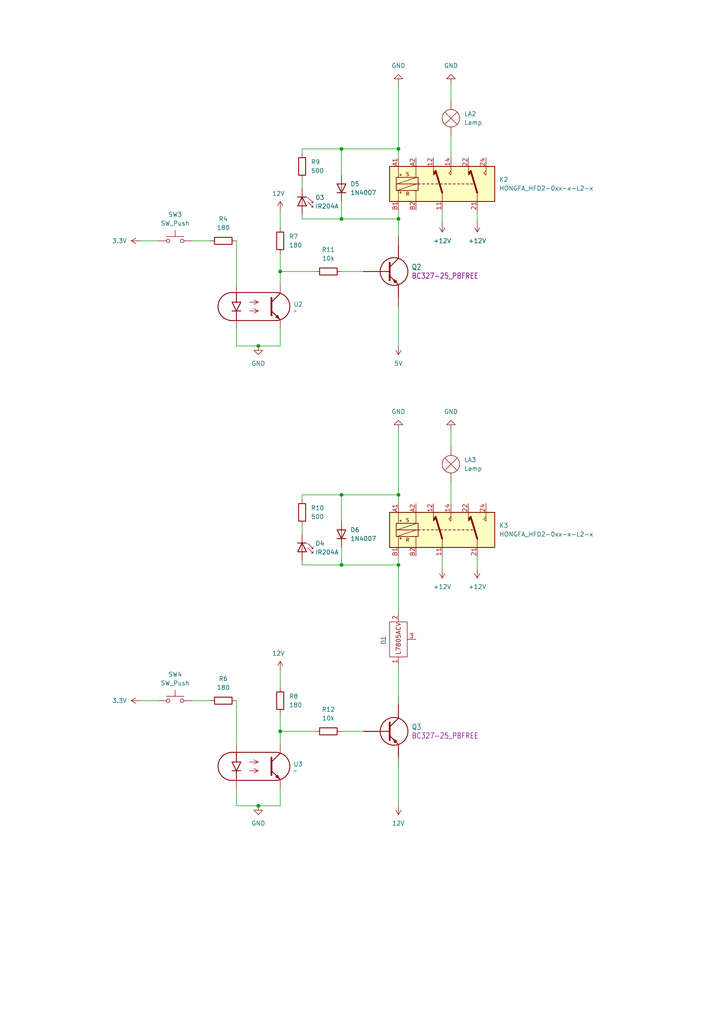
<source format=kicad_sch>
(kicad_sch (version 20250114) (generator "eeschema") (generator_version "9.0")
  (paper "A4" portrait)
  (lib_symbols
    (symbol "BC327-25_PBFREE_1" (pin_numbers (hide yes)) (pin_names (hide yes))
      (property "Reference" "Q" (at 13.97 1.27 0))
      (property "Part Name" "BC327-25_PBFREE" (at 13.97 -1.27 0))
      (symbol "BC327-25_PBFREE_1_1_0"
        (polyline (pts (xy 0 0) (xy 2.54 0)) (stroke (width 0.254)))
        (polyline (pts (xy 2.54 0) (xy 7.62 0)) (stroke (width 0.254)))
        (polyline (pts (xy 7.62 2.54) (xy 7.62 -2.54)) (stroke (width 0.508)))
        (polyline (pts (xy 7.62 1.27) (xy 10.16 3.81)) (stroke (width 0.254)))
        (polyline (pts (xy 7.62 -1.27) (xy 10.16 -3.81)) (stroke (width 0.254)))
        (arc (start 8.89 4.0161) (mid 12.9061 0) (end 8.89 -4.0161) (stroke (width 0.254)))
        (arc (start 8.89 -4.0161) (mid 4.8739 0) (end 8.89 4.0161) (stroke (width 0.254)))
        (polyline (pts (xy 9.652 -2.794) (xy 9.144 -3.302) (xy 8.636 -2.286) (xy 9.652 -2.794)) (stroke (width 0.254)) (fill (type outline)))
        (polyline (pts (xy 10.16 7.62) (xy 10.16 5.08)) (stroke (width 0.254)))
        (polyline (pts (xy 10.16 3.81) (xy 10.16 5.08)) (stroke (width 0.254)))
        (polyline (pts (xy 10.16 -3.81) (xy 10.16 -5.08)) (stroke (width 0.254)))
        (polyline (pts (xy 10.16 -7.62) (xy 10.16 -5.08)) (stroke (width 0.254)))
        (pin passive line (at 0 0 0) (length 2.54) (name "B") (number "2"))
        (pin passive line (at 10.16 7.62 90) (length 2.54) (name "C") (number "1"))
      )
      (symbol "BC327-25_PBFREE_1_1_1"
        (pin passive line (at 10.16 -7.62 270) (length 2.54) (name "A") (number "3"))
      )
    )
    (symbol "Device:Lamp" (pin_numbers (hide yes)) (pin_names (offset 0.0254) (hide yes))
      (property "Reference" "LA" (at 0.635 3.81 0))
      (property "Value" "Lamp" (at 0.635 -3.81 0))
      (symbol "Lamp_0_1"
        (polyline (pts (xy -1.778 1.778) (xy 1.778 -1.778)))
        (circle (center 0 0) (radius 2.54))
        (polyline (pts (xy 1.778 1.778) (xy -1.778 -1.778)))
      )
      (symbol "Lamp_1_1"
        (pin passive line (at 0 5.08 270) (length 2.54) (name "+") (number "2"))
        (pin passive line (at 0 -5.08 90) (length 2.54) (name "-") (number "1"))
      )
    )
    (symbol "Device:R" (pin_numbers (hide yes)) (pin_names (offset 0))
      (property "Reference" "R" (at 2.032 0 90))
      (property "Value" "R" (at 0 0 90))
      (symbol "R_0_1"
        (rectangle (start -1.016 -2.54) (end 1.016 2.54) (stroke (width 0.254)))
      )
      (symbol "R_1_1"
        (pin passive line (at 0 3.81 270) (length 1.27) (name "~") (number "1"))
        (pin passive line (at 0 -3.81 90) (length 1.27) (name "~") (number "2"))
      )
    )
    (symbol "Diode:1N4007" (pin_numbers (hide yes)) (pin_names (hide yes))
      (property "Reference" "D" (at 0 2.54 0))
      (property "Value" "1N4007" (at 0 -2.54 0))
      (symbol "1N4007_0_1"
        (polyline (pts (xy -1.27 1.27) (xy -1.27 -1.27)) (stroke (width 0.254)))
        (polyline (pts (xy 1.27 1.27) (xy 1.27 -1.27) (xy -1.27 0) (xy 1.27 1.27)) (stroke (width 0.254)))
        (polyline (pts (xy 1.27 0) (xy -1.27 0)))
      )
      (symbol "1N4007_1_1"
        (pin passive line (at -3.81 0 0) (length 2.54) (name "K") (number "1"))
        (pin passive line (at 3.81 0 180) (length 2.54) (name "A") (number "2"))
      )
    )
    (symbol "LED:IR204A" (pin_numbers (hide yes)) (pin_names (offset 1.016) (hide yes))
      (property "Reference" "D" (at 0.508 1.778 0))
      (property "Value" "IR204A" (at -1.016 -2.794 0))
      (symbol "IR204A_0_1"
        (polyline (pts (xy -2.54 1.27) (xy -2.54 -1.27)) (stroke (width 0.254)))
        (polyline (pts (xy -2.413 1.651) (xy -0.889 3.175) (xy -0.889 2.667) (xy -0.889 3.175) (xy -1.397 3.175)))
        (polyline (pts (xy -1.143 1.651) (xy 0.381 3.175) (xy 0.381 2.667)))
        (polyline (pts (xy 0 1.27) (xy -2.54 0) (xy 0 -1.27) (xy 0 1.27)) (stroke (width 0.254)))
        (polyline (pts (xy 0 0) (xy -2.54 0)))
        (polyline (pts (xy 0.381 3.175) (xy -0.127 3.175)))
      )
      (symbol "IR204A_1_1"
        (pin passive line (at -5.08 0 0) (length 2.54) (name "K") (number "1"))
        (pin passive line (at 2.54 0 180) (length 2.54) (name "A") (number "2"))
      )
    )
    (symbol "My_lib2:L7805ACV" (pin_names (hide yes))
      (property "Reference" "D" (at 1.524 4.064 0))
      (symbol "L7805ACV_0_1"
        (rectangle (start -5.08 2.54) (end 5.08 -2.54))
      )
      (symbol "L7805ACV_1_1"
        (text "L7805ACV" (at 0.254 0 0) (effects (font (size 1.27 1.27))))
        (pin input line (at -7.62 0 0) (length 2.54) (name "") (number "1"))
        (pin output line (at 0 -5.08 90) (length 2.54) (name "GND") (number "3"))
        (pin output line (at 7.62 0 180) (length 2.54) (name "") (number "2"))
      )
    )
    (symbol "My_lib2:PC817X3NSZ9F" (pin_numbers (hide yes)) (pin_names (hide yes))
      (property "Reference" "U" (at -1.27 7.874 0))
      (symbol "PC817X3NSZ9F_0_1"
        (polyline (pts (xy -11.43 -4.064) (xy 1.27 -4.064)) (stroke (width 0.254)))
        (polyline (pts (xy -10.16 3.81) (xy -10.16 1.27)) (stroke (width 0.254)))
        (polyline (pts (xy -10.16 1.27) (xy -8.89 1.27) (xy -11.43 1.27) (xy -10.16 -1.27) (xy -8.89 1.27) (xy -10.16 -1.27) (xy -11.43 -1.27) (xy -8.89 -1.27)) (stroke (width 0.254)))
        (polyline (pts (xy -10.16 -3.81) (xy -10.16 -1.27)) (stroke (width 0.254)))
        (polyline (pts (xy -6.35 1.27) (xy -3.81 1.27) (xy -5.08 1.905) (xy -3.81 1.27) (xy -5.08 0.635)))
        (polyline (pts (xy -6.35 -1.27) (xy -3.81 -1.27) (xy -5.08 -0.635) (xy -3.81 -1.27) (xy -5.08 -1.905)))
        (polyline (pts (xy 1.27 4.064) (xy -11.43 4.064)) (stroke (width 0.254)))
      )
      (symbol "PC817X3NSZ9F_1_0"
        (arc (start -11.43 -4.064) (mid -15.494 0) (end -11.43 4.064) (stroke (width 0.254)))
        (polyline (pts (xy 0 2.54) (xy 0 -2.54)) (stroke (width 0.508)))
        (polyline (pts (xy 0 1.27) (xy 2.54 3.81)) (stroke (width 0.254)))
        (polyline (pts (xy 0 -1.27) (xy 2.54 -3.81)) (stroke (width 0.254)))
        (arc (start 1.27 4.064) (mid 5.334 0) (end 1.27 -4.064) (stroke (width 0.254)))
        (polyline (pts (xy 1.27 -3.048) (xy 1.778 -2.54) (xy 2.286 -3.556) (xy 1.27 -3.048)) (stroke (width 0.254)) (fill (type outline)))
        (pin input line (at -10.16 6.35 270) (length 2.54) (name "Anode") (number "1"))
        (pin output line (at -10.16 -6.35 90) (length 2.54) (name "Cathode") (number "2"))
        (pin passive line (at 2.54 6.35 270) (length 2.54) (name "Collector") (number "4"))
      )
      (symbol "PC817X3NSZ9F_1_1"
        (pin passive line (at 2.54 -6.35 90) (length 2.54) (name "Emitter") (number "3"))
      )
    )
    (symbol "Relay:HONGFA_HFD2-0xx-x-L2-x"
      (property "Reference" "K" (at 16.51 3.81 0))
      (property "Value" "HONGFA_HFD2-0xx-x-L2-x" (at 16.51 1.27 0))
      (symbol "HONGFA_HFD2-0xx-x-L2-x_0_0"
        (polyline (pts (xy -2.54 5.08) (xy -2.54 2.54) (xy -1.905 3.175) (xy -2.54 3.81)) (fill (type outline)))
        (polyline (pts (xy 2.54 5.08) (xy 2.54 2.54) (xy 1.905 3.175) (xy 2.54 3.81)))
        (polyline (pts (xy 7.62 5.08) (xy 7.62 2.54) (xy 8.255 3.175) (xy 7.62 3.81)) (fill (type outline)))
        (polyline (pts (xy 12.7 5.08) (xy 12.7 2.54) (xy 12.065 3.175) (xy 12.7 3.81)))
        (text "+" (at -12.065 2.667 0) (effects (font (size 0.762 0.762))))
        (text "+" (at -12.065 -2.413 0) (effects (font (size 0.762 0.762))))
        (text "S" (at -10.033 2.794 0) (effects (font (size 1.016 1.016))))
        (text "R" (at -10.033 -2.921 0) (effects (font (size 1.016 1.016))))
      )
      (symbol "HONGFA_HFD2-0xx-x-L2-x_0_1"
        (rectangle (start -15.24 5.08) (end 15.24 -5.08) (stroke (width 0.254)) (fill (type background)))
        (rectangle (start -13.335 1.905) (end -6.985 -1.905) (stroke (width 0.2032)))
        (polyline (pts (xy -13.335 0) (xy -6.35 0)) (stroke (width 0.2032)))
        (polyline (pts (xy -13.081 0) (xy -7.366 1.905)))
        (polyline (pts (xy -13.081 -1.905) (xy -7.493 0)))
        (polyline (pts (xy -12.7 5.08) (xy -12.7 1.905)))
        (polyline (pts (xy -12.7 -5.08) (xy -12.7 -1.905)))
        (polyline (pts (xy -7.62 5.08) (xy -7.62 1.905)))
        (polyline (pts (xy -7.62 -5.08) (xy -7.62 -1.905)))
        (polyline (pts (xy -5.715 0) (xy -5.08 0)) (stroke (width 0.2032)))
        (polyline (pts (xy -4.445 0) (xy -3.81 0)) (stroke (width 0.2032)))
        (polyline (pts (xy -3.175 0) (xy -2.54 0)) (stroke (width 0.2032)))
        (polyline (pts (xy -1.905 0) (xy -1.27 0)) (stroke (width 0.2032)))
        (polyline (pts (xy -0.635 0) (xy 0 0)) (stroke (width 0.2032)))
        (polyline (pts (xy 0 -2.54) (xy -1.905 3.81)) (stroke (width 0.508)))
        (polyline (pts (xy 0 -2.54) (xy 0 -5.08)))
        (polyline (pts (xy 0.635 0) (xy 1.27 0)) (stroke (width 0.2032)))
        (polyline (pts (xy 1.905 0) (xy 2.54 0)) (stroke (width 0.2032)))
        (polyline (pts (xy 3.175 0) (xy 3.81 0)) (stroke (width 0.2032)))
        (polyline (pts (xy 4.445 0) (xy 5.08 0)) (stroke (width 0.2032)))
        (polyline (pts (xy 5.715 0) (xy 6.35 0)) (stroke (width 0.2032)))
        (polyline (pts (xy 6.985 0) (xy 7.62 0)) (stroke (width 0.2032)))
        (polyline (pts (xy 8.255 0) (xy 8.89 0)) (stroke (width 0.2032)))
        (polyline (pts (xy 10.16 -2.54) (xy 8.255 3.81)) (stroke (width 0.508)))
        (polyline (pts (xy 10.16 -2.54) (xy 10.16 -5.08)))
      )
      (symbol "HONGFA_HFD2-0xx-x-L2-x_1_1"
        (pin passive line (at -12.7 7.62 270) (length 2.54) (name "~") (number "A1"))
        (pin passive line (at -12.7 -7.62 90) (length 2.54) (name "~") (number "B1"))
        (pin passive line (at -7.62 7.62 270) (length 2.54) (name "~") (number "A2"))
        (pin passive line (at -7.62 -7.62 90) (length 2.54) (name "~") (number "B2"))
        (pin passive line (at -2.54 7.62 270) (length 2.54) (name "~") (number "12"))
        (pin passive line (at 0 -7.62 90) (length 2.54) (name "~") (number "11"))
        (pin passive line (at 2.54 7.62 270) (length 2.54) (name "~") (number "14"))
        (pin passive line (at 7.62 7.62 270) (length 2.54) (name "~") (number "22"))
        (pin passive line (at 10.16 -7.62 90) (length 2.54) (name "~") (number "21"))
        (pin passive line (at 12.7 7.62 270) (length 2.54) (name "~") (number "24"))
      )
    )
    (symbol "Switch:SW_Push" (pin_numbers (hide yes)) (pin_names (offset 1.016) (hide yes))
      (property "Reference" "SW" (at 1.27 2.54 0))
      (property "Value" "SW_Push" (at 0 -1.524 0))
      (symbol "SW_Push_0_1"
        (circle (center -2.032 0) (radius 0.508))
        (polyline (pts (xy 0 1.27) (xy 0 3.048)))
        (circle (center 2.032 0) (radius 0.508))
        (polyline (pts (xy 2.54 1.27) (xy -2.54 1.27)))
        (pin passive line (at -5.08 0 0) (length 2.54) (name "1") (number "1"))
        (pin passive line (at 5.08 0 180) (length 2.54) (name "2") (number "2"))
      )
    )
    (symbol "power:+12V" (power) (pin_numbers (hide yes)) (pin_names (offset 0) (hide yes))
      (property "Value" "+12V" (at 0 3.556 0))
      (symbol "+12V_0_1"
        (polyline (pts (xy -0.762 1.27) (xy 0 2.54)))
        (polyline (pts (xy 0 2.54) (xy 0.762 1.27)))
        (polyline (pts (xy 0 0) (xy 0 2.54)))
      )
      (symbol "+12V_1_1"
        (pin power_in line (at 0 0 90) (length 0) (name "~") (number "1"))
      )
    )
    (symbol "power:+3.3V" (power) (pin_numbers (hide yes)) (pin_names (offset 0) (hide yes))
      (property "Value" "+3.3V" (at 0 3.556 0))
      (symbol "+3.3V_0_1"
        (polyline (pts (xy -0.762 1.27) (xy 0 2.54)))
        (polyline (pts (xy 0 2.54) (xy 0.762 1.27)))
        (polyline (pts (xy 0 0) (xy 0 2.54)))
      )
      (symbol "+3.3V_1_1"
        (pin power_in line (at 0 0 90) (length 0) (name "~") (number "1"))
      )
    )
    (symbol "power:+5V" (power) (pin_numbers (hide yes)) (pin_names (offset 0) (hide yes))
      (property "Value" "+5V" (at 0 3.556 0))
      (symbol "+5V_0_1"
        (polyline (pts (xy -0.762 1.27) (xy 0 2.54)))
        (polyline (pts (xy 0 2.54) (xy 0.762 1.27)))
        (polyline (pts (xy 0 0) (xy 0 2.54)))
      )
      (symbol "+5V_1_1"
        (pin power_in line (at 0 0 90) (length 0) (name "~") (number "1"))
      )
    )
    (symbol "power:GND" (power) (pin_numbers (hide yes)) (pin_names (offset 0) (hide yes))
      (property "Value" "GND" (at 0 -3.81 0))
      (symbol "GND_0_1"
        (polyline (pts (xy 0 0) (xy 0 -1.27) (xy 1.27 -1.27) (xy 0 -2.54) (xy -1.27 -1.27) (xy 0 -1.27)))
      )
      (symbol "GND_1_1"
        (pin power_in line (at 0 0 270) (length 0) (name "~") (number "1"))
      )
    )
  )
  (junction (at 99.06 163.83))
  (junction (at 99.06 43.18))
  (junction (at 99.06 63.5))
  (junction (at 115.57 63.5))
  (junction (at 115.57 143.51))
  (junction (at 115.57 163.83))
  (junction (at 74.93 100.33))
  (junction (at 99.06 143.51))
  (junction (at 81.28 78.74))
  (junction (at 81.28 212.09))
  (junction (at 74.93 233.68))
  (junction (at 115.57 43.18))
  (wire (pts (xy 81.28 212.09) (xy 81.28 207.01)))
  (wire (pts (xy 74.93 100.33) (xy 81.28 100.33)))
  (wire (pts (xy 128.27 165.1) (xy 128.27 161.29)))
  (wire (pts (xy 99.06 143.51) (xy 115.57 143.51)))
  (wire (pts (xy 99.06 43.18) (xy 115.57 43.18)))
  (wire (pts (xy 99.06 158.75) (xy 99.06 163.83)))
  (wire (pts (xy 81.28 78.74) (xy 81.28 82.55)))
  (wire (pts (xy 87.63 63.5) (xy 99.06 63.5)))
  (wire (pts (xy 68.58 233.68) (xy 68.58 228.6)))
  (wire (pts (xy 40.64 203.2) (xy 45.72 203.2)))
  (wire (pts (xy 81.28 100.33) (xy 81.28 95.25)))
  (wire (pts (xy 81.28 78.74) (xy 91.44 78.74)))
  (wire (pts (xy 115.57 193.04) (xy 115.57 204.47)))
  (wire (pts (xy 99.06 50.8) (xy 99.06 43.18)))
  (wire (pts (xy 87.63 143.51) (xy 99.06 143.51)))
  (wire (pts (xy 40.64 69.85) (xy 45.72 69.85)))
  (wire (pts (xy 99.06 151.13) (xy 99.06 143.51)))
  (wire (pts (xy 87.63 144.78) (xy 87.63 143.51)))
  (wire (pts (xy 87.63 43.18) (xy 99.06 43.18)))
  (wire (pts (xy 130.81 24.13) (xy 130.81 29.21)))
  (wire (pts (xy 81.28 212.09) (xy 81.28 215.9)))
  (wire (pts (xy 87.63 162.56) (xy 87.63 163.83)))
  (wire (pts (xy 115.57 124.46) (xy 115.57 143.51)))
  (wire (pts (xy 74.93 233.68) (xy 81.28 233.68)))
  (wire (pts (xy 130.81 139.7) (xy 130.81 146.05)))
  (wire (pts (xy 81.28 194.31) (xy 81.28 199.39)))
  (wire (pts (xy 130.81 124.46) (xy 130.81 129.54)))
  (wire (pts (xy 115.57 43.18) (xy 115.57 45.72)))
  (wire (pts (xy 68.58 203.2) (xy 68.58 215.9)))
  (wire (pts (xy 138.43 60.96) (xy 138.43 64.77)))
  (wire (pts (xy 99.06 212.09) (xy 105.41 212.09)))
  (wire (pts (xy 115.57 60.96) (xy 115.57 63.5)))
  (wire (pts (xy 87.63 163.83) (xy 99.06 163.83)))
  (wire (pts (xy 115.57 63.5) (xy 115.57 71.12)))
  (wire (pts (xy 115.57 24.13) (xy 115.57 43.18)))
  (wire (pts (xy 55.88 203.2) (xy 60.96 203.2)))
  (wire (pts (xy 87.63 62.23) (xy 87.63 63.5)))
  (wire (pts (xy 115.57 163.83) (xy 115.57 177.8)))
  (wire (pts (xy 68.58 100.33) (xy 74.93 100.33)))
  (wire (pts (xy 115.57 143.51) (xy 115.57 146.05)))
  (wire (pts (xy 87.63 44.45) (xy 87.63 43.18)))
  (wire (pts (xy 68.58 69.85) (xy 68.58 82.55)))
  (wire (pts (xy 138.43 161.29) (xy 138.43 165.1)))
  (wire (pts (xy 115.57 161.29) (xy 115.57 163.83)))
  (wire (pts (xy 99.06 163.83) (xy 115.57 163.83)))
  (wire (pts (xy 87.63 154.94) (xy 87.63 152.4)))
  (wire (pts (xy 115.57 219.71) (xy 115.57 233.68)))
  (wire (pts (xy 68.58 233.68) (xy 74.93 233.68)))
  (wire (pts (xy 55.88 69.85) (xy 60.96 69.85)))
  (wire (pts (xy 81.28 233.68) (xy 81.28 228.6)))
  (wire (pts (xy 87.63 54.61) (xy 87.63 52.07)))
  (wire (pts (xy 115.57 86.36) (xy 115.57 100.33)))
  (wire (pts (xy 128.27 64.77) (xy 128.27 60.96)))
  (wire (pts (xy 81.28 212.09) (xy 91.44 212.09)))
  (wire (pts (xy 81.28 78.74) (xy 81.28 73.66)))
  (wire (pts (xy 99.06 78.74) (xy 105.41 78.74)))
  (wire (pts (xy 130.81 39.37) (xy 130.81 45.72)))
  (wire (pts (xy 99.06 58.42) (xy 99.06 63.5)))
  (wire (pts (xy 68.58 100.33) (xy 68.58 95.25)))
  (wire (pts (xy 81.28 60.96) (xy 81.28 66.04)))
  (wire (pts (xy 99.06 63.5) (xy 115.57 63.5)))
  (symbol (lib_id "power:+12V") (at 115.57 233.68 180) (unit 1)
    (property "Reference" "#PWR05" (effects (hide yes)))
    (property "Value" "12V" (at 115.57 238.76 0))
    (property "Description" "Power symbol creates a global label with name \"+12V\"" (effects (hide yes)))
  )
  (symbol (lib_id "power:GND") (at 115.57 24.13 180) (unit 1)
    (property "Reference" "#PWR020" (effects (hide yes)))
    (property "Value" "GND" (at 115.57 19.05 0))
    (property "Description" "Power symbol creates a global label with name \"GND\" , ground" (effects (hide yes)))
  )
  (symbol (lib_id "My_lib2:L7805ACV") (at 115.57 185.42 90) (unit 1)
    (property "Reference" "D1" (at 111.252 185.674 0))
    (property "Value" "~" (at 111.76 185.42 0))
    (property "Footprint" "My_lib2:TO-220 - L7805ACV" (effects (hide yes)))
    (property "Datasheet" "https://cdn.promelec.ru/upload/datasheet/9/8/L78xx.pdf" (effects (hide yes)))
    (property "Description" "Линейный стабилизатор 5В" (effects (hide yes)))
  )
  (symbol (lib_id "Device:R") (at 95.25 212.09 270) (unit 1)
    (property "Reference" "R12" (at 95.25 205.74 90))
    (property "Value" "10k" (at 95.25 208.28 90))
    (property "Description" "Resistor" (effects (hide yes)))
  )
  (symbol (lib_name "BC327-25_PBFREE_1") (lib_id "My_lib2:BC327-25_PBFREE") (at 105.41 212.09 0) (unit 1)
    (property "Reference" "Q3" (at 119.38 210.8199 0) (effects (font (size 1.5833 1.3333)) (justify left)))
    (property "Footprint" "cadstarpcblib:BC32725PBFREE" (effects (hide yes)))
    (property "Description" "Bipolar Transistors - BJT PNP 50Vcbo 45 Vceo 500mA 625mW Trans" (effects (hide yes)))
    (property "Part Name" "BC327-25_PBFREE" (at 119.38 213.3599 0) (effects (font (size 1.5833 1.3333)) (justify left)))
    (property "Part Version" "1" (effects (hide yes)))
    (property "3D_Model" "BC327-25_PBFREE" (effects (hide yes)))
    (property "Arrow Part Number" "-" (effects (hide yes)))
    (property "Arrow Price/Stock" "-" (effects (hide yes)))
    (property "Height" "7.87mm" (effects (hide yes)))
    (property "Link Datasheet" "https://my.centralsemi.com/datasheets/BC327-328.PDF" (effects (hide yes)))
    (property "Link Mouser Price/Stock" "https://www.mouser.co.uk/ProductDetail/Central-Semiconductor/BC327-25-PBFREE?qs=u16ybLDytRZN73jSFKN2Hg%3D%3D" (effects (hide yes)))
    (property "Manufacturer_Name" "Central Semiconductor" (effects (hide yes)))
    (property "Manufacturer_Part_Number" "BC327-25 PBFREE" (effects (hide yes)))
    (property "Mouser Part Number" "610-BC327-25" (effects (hide yes)))
  )
  (symbol (lib_id "power:+12V") (at 138.43 165.1 180) (unit 1)
    (property "Reference" "#PWR027" (effects (hide yes)))
    (property "Value" "+12V" (at 138.43 170.18 0))
    (property "Description" "Power symbol creates a global label with name \"+12V\"" (effects (hide yes)))
  )
  (symbol (lib_id "Device:R") (at 81.28 203.2 180) (unit 1)
    (property "Reference" "R8" (at 83.82 201.9299 0) (effects (justify right)))
    (property "Value" "180" (at 83.82 204.4699 0) (effects (justify right)))
    (property "Description" "Resistor" (effects (hide yes)))
  )
  (symbol (lib_id "Diode:1N4007") (at 99.06 54.61 90) (unit 1)
    (property "Reference" "D5" (at 101.6 53.3399 90) (effects (justify right)))
    (property "Value" "1N4007" (at 101.6 55.8799 90) (effects (justify right)))
    (property "Footprint" "Diode_THT:D_DO-41_SOD81_P10.16mm_Horizontal" (effects (hide yes)))
    (property "Datasheet" "http://www.vishay.com/docs/88503/1n4001.pdf" (effects (hide yes)))
    (property "Description" "1000V 1A General Purpose Rectifier Diode, DO-41" (effects (hide yes)))
    (property "Sim.Device" "D" (effects (hide yes)))
    (property "Sim.Pins" "1=K 2=A" (effects (hide yes)))
  )
  (symbol (lib_id "power:GND") (at 74.93 233.68 0) (unit 1)
    (property "Reference" "#PWR017" (effects (hide yes)))
    (property "Value" "GND" (at 74.93 238.76 0))
    (property "Description" "Power symbol creates a global label with name \"GND\" , ground" (effects (hide yes)))
  )
  (symbol (lib_id "Device:R") (at 64.77 69.85 90) (unit 1)
    (property "Reference" "R4" (at 64.77 63.5 90))
    (property "Value" "180" (at 64.77 66.04 90))
    (property "Description" "Resistor" (effects (hide yes)))
  )
  (symbol (lib_id "Device:R") (at 87.63 48.26 180) (unit 1)
    (property "Reference" "R9" (at 90.17 46.9899 0) (effects (justify right)))
    (property "Value" "500" (at 90.17 49.5299 0) (effects (justify right)))
    (property "Description" "Resistor" (effects (hide yes)))
  )
  (symbol (lib_id "Device:R") (at 95.25 78.74 270) (unit 1)
    (property "Reference" "R11" (at 95.25 72.39 90))
    (property "Value" "10k" (at 95.25 74.93 90))
    (property "Description" "Resistor" (effects (hide yes)))
  )
  (symbol (lib_id "Device:Lamp") (at 130.81 134.62 0) (unit 1)
    (property "Reference" "LA3" (at 134.62 133.3499 0) (effects (justify left)))
    (property "Value" "Lamp" (at 134.62 135.8899 0) (effects (justify left)))
    (property "Description" "Lamp" (effects (hide yes)))
  )
  (symbol (lib_id "Device:R") (at 87.63 148.59 180) (unit 1)
    (property "Reference" "R10" (at 90.17 147.3199 0) (effects (justify right)))
    (property "Value" "500" (at 90.17 149.8599 0) (effects (justify right)))
    (property "Description" "Resistor" (effects (hide yes)))
  )
  (symbol (lib_id "Device:R") (at 64.77 203.2 90) (unit 1)
    (property "Reference" "R6" (at 64.77 196.85 90))
    (property "Value" "180" (at 64.77 199.39 90))
    (property "Description" "Resistor" (effects (hide yes)))
  )
  (symbol (lib_id "LED:IR204A") (at 87.63 59.69 270) (unit 1)
    (property "Reference" "D3" (at 91.44 57.2769 90) (effects (justify left)))
    (property "Value" "IR204A" (at 91.44 59.8169 90) (effects (justify left)))
    (property "Footprint" "LED_THT:LED_D3.0mm_IRBlack" (effects (hide yes)))
    (property "Datasheet" "http://www.everlight.com/file/ProductFile/IR204-A.pdf" (effects (hide yes)))
    (property "Description" "Infrared LED , 3mm LED package" (effects (hide yes)))
  )
  (symbol (lib_id "power:+12V") (at 115.57 100.33 180) (unit 1)
    (property "Reference" "#PWR04" (effects (hide yes)))
    (property "Value" "5V" (at 115.57 105.41 0))
    (property "Description" "Power symbol creates a global label with name \"+12V\"" (effects (hide yes)))
  )
  (symbol (lib_name "BC327-25_PBFREE_1") (lib_id "My_lib2:BC327-25_PBFREE") (at 105.41 78.74 0) (unit 1)
    (property "Reference" "Q2" (at 119.38 77.4699 0) (effects (font (size 1.5833 1.3333)) (justify left)))
    (property "Footprint" "cadstarpcblib:BC32725PBFREE" (effects (hide yes)))
    (property "Description" "Bipolar Transistors - BJT PNP 50Vcbo 45 Vceo 500mA 625mW Trans" (effects (hide yes)))
    (property "Part Name" "BC327-25_PBFREE" (at 119.38 80.0099 0) (effects (font (size 1.5833 1.3333)) (justify left)))
    (property "Part Version" "1" (effects (hide yes)))
    (property "3D_Model" "BC327-25_PBFREE" (effects (hide yes)))
    (property "Arrow Part Number" "-" (effects (hide yes)))
    (property "Arrow Price/Stock" "-" (effects (hide yes)))
    (property "Height" "7.87mm" (effects (hide yes)))
    (property "Link Datasheet" "https://my.centralsemi.com/datasheets/BC327-328.PDF" (effects (hide yes)))
    (property "Link Mouser Price/Stock" "https://www.mouser.co.uk/ProductDetail/Central-Semiconductor/BC327-25-PBFREE?qs=u16ybLDytRZN73jSFKN2Hg%3D%3D" (effects (hide yes)))
    (property "Manufacturer_Name" "Central Semiconductor" (effects (hide yes)))
    (property "Manufacturer_Part_Number" "BC327-25 PBFREE" (effects (hide yes)))
    (property "Mouser Part Number" "610-BC327-25" (effects (hide yes)))
  )
  (symbol (lib_id "power:GND") (at 115.57 124.46 180) (unit 1)
    (property "Reference" "#PWR021" (effects (hide yes)))
    (property "Value" "GND" (at 115.57 119.38 0))
    (property "Description" "Power symbol creates a global label with name \"GND\" , ground" (effects (hide yes)))
  )
  (symbol (lib_id "Device:R") (at 81.28 69.85 180) (unit 1)
    (property "Reference" "R7" (at 83.82 68.5799 0) (effects (justify right)))
    (property "Value" "180" (at 83.82 71.1199 0) (effects (justify right)))
    (property "Description" "Resistor" (effects (hide yes)))
  )
  (symbol (lib_id "power:+5V") (at 81.28 194.31 0) (unit 1)
    (property "Reference" "#PWR019" (effects (hide yes)))
    (property "Value" "12V" (at 80.772 189.484 0))
    (property "Description" "Power symbol creates a global label with name \"+5V\"" (effects (hide yes)))
  )
  (symbol (lib_id "Diode:1N4007") (at 99.06 154.94 90) (unit 1)
    (property "Reference" "D6" (at 101.6 153.6699 90) (effects (justify right)))
    (property "Value" "1N4007" (at 101.6 156.2099 90) (effects (justify right)))
    (property "Footprint" "Diode_THT:D_DO-41_SOD81_P10.16mm_Horizontal" (effects (hide yes)))
    (property "Datasheet" "http://www.vishay.com/docs/88503/1n4001.pdf" (effects (hide yes)))
    (property "Description" "1000V 1A General Purpose Rectifier Diode, DO-41" (effects (hide yes)))
    (property "Sim.Device" "D" (effects (hide yes)))
    (property "Sim.Pins" "1=K 2=A" (effects (hide yes)))
  )
  (symbol (lib_id "My_lib2:PC817X3NSZ9F") (at 78.74 88.9 0) (unit 1)
    (property "Reference" "U2" (at 85.09 88.2649 0) (effects (justify left)))
    (property "Value" "~" (at 85.09 90.17 0) (effects (justify left)))
  )
  (symbol (lib_id "power:+5V") (at 81.28 60.96 0) (unit 1)
    (property "Reference" "#PWR018" (effects (hide yes)))
    (property "Value" "12V" (at 80.772 56.134 0))
    (property "Description" "Power symbol creates a global label with name \"+5V\"" (effects (hide yes)))
  )
  (symbol (lib_id "Switch:SW_Push") (at 50.8 203.2 0) (unit 1)
    (property "Reference" "SW4" (at 50.8 195.58 0))
    (property "Value" "SW_Push" (at 50.8 198.12 0))
    (property "Description" "Push button switch, generic, two pins" (effects (hide yes)))
  )
  (symbol (lib_id "power:+3.3V") (at 40.64 203.2 90) (unit 1)
    (property "Reference" "#PWR015" (effects (hide yes)))
    (property "Value" "3.3V" (at 36.83 203.1999 90) (effects (justify left)))
    (property "Description" "Power symbol creates a global label with name \"+3.3V\"" (effects (hide yes)))
  )
  (symbol (lib_id "power:+12V") (at 138.43 64.77 180) (unit 1)
    (property "Reference" "#PWR026" (effects (hide yes)))
    (property "Value" "+12V" (at 138.43 69.85 0))
    (property "Description" "Power symbol creates a global label with name \"+12V\"" (effects (hide yes)))
  )
  (symbol (lib_id "Switch:SW_Push") (at 50.8 69.85 0) (unit 1)
    (property "Reference" "SW3" (at 50.8 62.23 0))
    (property "Value" "SW_Push" (at 50.8 64.77 0))
    (property "Description" "Push button switch, generic, two pins" (effects (hide yes)))
  )
  (symbol (lib_id "power:+12V") (at 128.27 165.1 180) (unit 1)
    (property "Reference" "#PWR023" (effects (hide yes)))
    (property "Value" "+12V" (at 128.27 170.18 0))
    (property "Description" "Power symbol creates a global label with name \"+12V\"" (effects (hide yes)))
  )
  (symbol (lib_id "Device:Lamp") (at 130.81 34.29 0) (unit 1)
    (property "Reference" "LA2" (at 134.62 33.0199 0) (effects (justify left)))
    (property "Value" "Lamp" (at 134.62 35.5599 0) (effects (justify left)))
    (property "Description" "Lamp" (effects (hide yes)))
  )
  (symbol (lib_id "Relay:HONGFA_HFD2-0xx-x-L2-x") (at 128.27 153.67 0) (unit 1)
    (property "Reference" "K3" (at 144.78 152.3999 0) (effects (justify left)))
    (property "Value" "HONGFA_HFD2-0xx-x-L2-x" (at 144.78 154.9399 0) (effects (justify left)))
    (property "Footprint" "Relay_THT:Relay_DPDT_Omron_G6AK" (effects (hide yes)))
    (property "Datasheet" "https://source_cn.hongfa.com/Api/DownloadPdf/323" (effects (hide yes)))
    (property "Description" "Bistable miniature DPDT relay, 3A, 125VAC, THT" (effects (hide yes)))
  )
  (symbol (lib_id "power:+3.3V") (at 40.64 69.85 90) (unit 1)
    (property "Reference" "#PWR014" (effects (hide yes)))
    (property "Value" "3.3V" (at 36.83 69.8499 90) (effects (justify left)))
    (property "Description" "Power symbol creates a global label with name \"+3.3V\"" (effects (hide yes)))
  )
  (symbol (lib_id "power:GND") (at 74.93 100.33 0) (unit 1)
    (property "Reference" "#PWR016" (effects (hide yes)))
    (property "Value" "GND" (at 74.93 105.41 0))
    (property "Description" "Power symbol creates a global label with name \"GND\" , ground" (effects (hide yes)))
  )
  (symbol (lib_id "My_lib2:PC817X3NSZ9F") (at 78.74 222.25 0) (unit 1)
    (property "Reference" "U3" (at 85.09 221.6149 0) (effects (justify left)))
    (property "Value" "~" (at 85.09 223.52 0) (effects (justify left)))
  )
  (symbol (lib_id "power:GND") (at 130.81 24.13 180) (unit 1)
    (property "Reference" "#PWR024" (effects (hide yes)))
    (property "Value" "GND" (at 130.81 19.05 0))
    (property "Description" "Power symbol creates a global label with name \"GND\" , ground" (effects (hide yes)))
  )
  (symbol (lib_id "power:+12V") (at 128.27 64.77 180) (unit 1)
    (property "Reference" "#PWR022" (effects (hide yes)))
    (property "Value" "+12V" (at 128.27 69.85 0))
    (property "Description" "Power symbol creates a global label with name \"+12V\"" (effects (hide yes)))
  )
  (symbol (lib_id "power:GND") (at 130.81 124.46 180) (unit 1)
    (property "Reference" "#PWR025" (effects (hide yes)))
    (property "Value" "GND" (at 130.81 119.38 0))
    (property "Description" "Power symbol creates a global label with name \"GND\" , ground" (effects (hide yes)))
  )
  (symbol (lib_id "Relay:HONGFA_HFD2-0xx-x-L2-x") (at 128.27 53.34 0) (unit 1)
    (property "Reference" "K2" (at 144.78 52.0699 0) (effects (justify left)))
    (property "Value" "HONGFA_HFD2-0xx-x-L2-x" (at 144.78 54.6099 0) (effects (justify left)))
    (property "Footprint" "Relay_THT:Relay_DPDT_Omron_G6AK" (effects (hide yes)))
    (property "Datasheet" "https://source_cn.hongfa.com/Api/DownloadPdf/323" (effects (hide yes)))
    (property "Description" "Bistable miniature DPDT relay, 3A, 125VAC, THT" (effects (hide yes)))
  )
  (symbol (lib_id "LED:IR204A") (at 87.63 160.02 270) (unit 1)
    (property "Reference" "D4" (at 91.44 157.6069 90) (effects (justify left)))
    (property "Value" "IR204A" (at 91.44 160.1469 90) (effects (justify left)))
    (property "Footprint" "LED_THT:LED_D3.0mm_IRBlack" (effects (hide yes)))
    (property "Datasheet" "http://www.everlight.com/file/ProductFile/IR204-A.pdf" (effects (hide yes)))
    (property "Description" "Infrared LED , 3mm LED package" (effects (hide yes)))
  )
)
</source>
